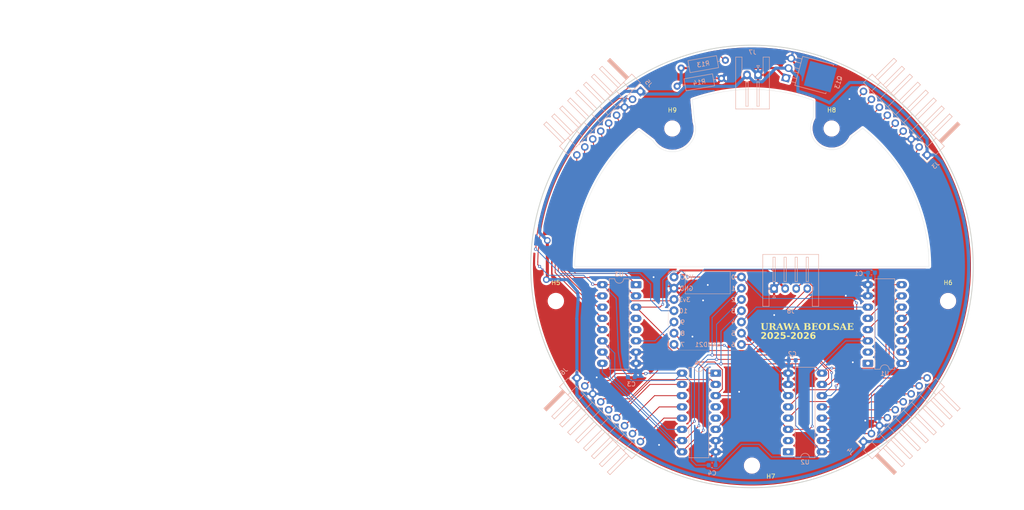
<source format=kicad_pcb>
(kicad_pcb (version 20241229) (generator "pcbnew") (generator_version "9.0")
  (layers (0 "F.Cu" signal) (2 "B.Cu" signal) (13 "F.Paste" user) (15 "B.Paste" user) (5 "F.SilkS" user "F.Silkscreen") (7 "B.SilkS" user "B.Silkscreen") (1 "F.Mask" user) (3 "B.Mask" user) (25 "Edge.Cuts" user))
  (net 0 "")
  (net 1 "Net-(J5-Pin_8)")
  (net 2 "Net-(J5-Pin_7)")
  (net 3 "Net-(J5-Pin_6)")
  (net 4 "Net-(J6-Pin_8)")
  (net 5 "Net-(J6-Pin_7)")
  (net 6 "Net-(J6-Pin_6)")
  (net 7 "Net-(J6-Pin_5)")
  (net 8 "Net-(J6-Pin_4)")
  (net 9 "seed_3v3")
  (net 10 "Net-(J3-Pin_7)")
  (net 11 "Net-(J3-Pin_8)")
  (net 12 "Net-(J3-Pin_5)")
  (net 13 "Net-(J3-Pin_4)")
  (net 14 "Net-(J3-Pin_6)")
  (net 15 "Net-(J4-Pin_8)")
  (net 16 "Net-(J4-Pin_7)")
  (net 17 "Net-(J4-Pin_5)")
  (net 18 "Net-(J4-Pin_6)")
  (net 19 "Net-(J4-Pin_4)")
  (net 20 "TX")
  (net 21 "RX")
  (net 22 "Net-(U1-A)")
  (net 23 "Net-(U1-X)")
  (net 24 "GND")
  (net 25 "Net-(Q13-G)")
  (net 26 "Net-(U2-Inh)")
  (net 27 "Net-(U1-Inh)")
  (net 28 "Net-(U3-Inh)")
  (net 29 "LED_5V")
  (net 30 "Net-(J3-Pin_9)")
  (net 31 "Net-(J4-Pin_9)")
  (net 32 "Net-(J5-Pin_9)")
  (net 33 "Net-(J6-Pin_9)")
  (net 34 "VCC")
  (net 39 "Net-(U5-10)")
  (net 41 "Net-(J5-Pin_5)")
  (net 42 "Net-(J5-Pin_4)")
  (net 46 "Net-(U1-B)")
  (net 47 "Net-(U1-C)")
  (net 48 "Net-(U4-Inh)")
  (footprint "MountingHole:MountingHole_3.2mm_M3" (layer "F.Cu") (at 200 135)
    (property "Reference" "H7")
    (property "Value" "MountingHole" (hide yes))
  )
  (footprint "MountingHole:MountingHole_3.2mm_M3" (layer "F.Cu") (at 182 58.823085)
    (property "Reference" "H9")
    (property "Value" "MountingHole")
  )
  (footprint "MountingHole:MountingHole_3.2mm_M3" (layer "F.Cu") (at 244.316349 97.814168)
    (property "Reference" "H6")
    (property "Value" "MountingHole" (hide yes))
  )
  (footprint "MountingHole:MountingHole_3.2mm_M3" (layer "F.Cu") (at 218 58.823085)
    (property "Reference" "H8")
    (property "Value" "MountingHole")
  )
  (footprint "MountingHole:MountingHole_3.2mm_M3" (layer "F.Cu") (at 155.683651 97.814168)
    (property "Reference" "H5")
    (property "Value" "MountingHole" (hide yes))
  )
  (footprint "Pinsocket_and_pinheader:CERDIP-16_W7.62mm_SideBrazed_LongPads_pin_EDITED" (layer "B.Cu") (at 188 123 180)
    (property "Reference" "U4")
    (property "Value" "4051" (hide yes))
  )
  (footprint "Connector_JST:JST_XH_S2B-XH-A-1_1x02_P2.50mm_Horizontal" (layer "B.Cu") (at 201.38 46.7 180)
    (property "Reference" "J7")
    (property "Value" "Conn_01x02_Socket")
  )
  (footprint "Pinsocket_and_pinheader:PinHeader_1x09_P2.54mm_Horizontal_EDITED" (layer "B.Cu") (at 232.385491 122.385491 -45)
    (property "Reference" "J4")
    (property "Value" "Conn_01x09_Socket" (hide yes))
  )
  (footprint "Capacitor_SMD:C_0603_1608Metric" (layer "B.Cu") (at 209.1 111.2 180)
    (property "Reference" "C2")
    (property "Value" "C")
  )
  (footprint "Capacitor_SMD:C_0603_1608Metric" (layer "B.Cu") (at 191 134.9)
    (property "Reference" "C4")
    (property "Value" "C" (hide yes))
  )
  (footprint "Package_TO_SOT_THT:TO-251-3-1EP_Horizontal_TabDown" (layer "B.Cu") (at 207.68 47.4 75)
    (property "Reference" "Q13")
    (property "Value" "NMOS")
  )
  (footprint "Pinsocket_and_pinheader:PinHeader_1x09_P2.54mm_Horizontal_EDITED" (layer "B.Cu") (at 232.385491 57.614509 45)
    (property "Reference" "J3")
    (property "Value" "Conn_01x09_Socket" (hide yes))
  )
  (footprint "Pinsocket_and_pinheader:CERDIP-16_W7.62mm_SideBrazed_LongPads_pin_EDITED" (layer "B.Cu") (at 170 103 180)
    (property "Reference" "U3")
    (property "Value" "4051" (hide yes))
  )
  (footprint "Connector_JST:JST_XH_S4B-XH-A-1_1x04_P2.50mm_Horizontal" (layer "B.Cu") (at 205 95)
    (property "Reference" "J8")
    (property "Value" "Conn_01x04_Socket")
  )
  (footprint "Capacitor_SMD:C_0603_1608Metric" (layer "B.Cu") (at 227 91.4 180)
    (property "Reference" "C1")
    (property "Value" "C")
  )
  (footprint "Capacitor_SMD:C_0603_1608Metric" (layer "B.Cu") (at 172.725 115)
    (property "Reference" "C3")
    (property "Value" "C" (hide yes))
  )
  (footprint "Pinsocket_and_pinheader:CERDIP-16_W7.62mm_SideBrazed_LongPads_pin_EDITED" (layer "B.Cu") (at 212 123)
    (property "Reference" "U2")
    (property "Value" "4051")
  )
  (footprint "Resistor_THT:R_Axial_DIN0207_L6.3mm_D2.5mm_P10.16mm_Horizontal" (layer "B.Cu") (at 183.094353 49.264265 10)
    (property "Reference" "R14")
    (property "Value" "R")
  )
  (footprint "seeeduino:名称未設定" (layer "B.Cu") (at 190 100 180)
    (property "Reference" "U5" (hide yes))
    (property "Value" "~")
  )
  (footprint "Pinsocket_and_pinheader:PinHeader_1x09_P2.54mm_Horizontal_EDITED" (layer "B.Cu") (at 167.614509 122.385491 -135)
    (property "Reference" "J6")
    (property "Value" "Conn_01x09_Socket" (hide yes))
  )
  (footprint "Pinsocket_and_pinheader:CERDIP-16_W7.62mm_SideBrazed_LongPads_pin_EDITED" (layer "B.Cu") (at 230 103)
    (property "Reference" "U1")
    (property "Value" "4051")
  )
  (footprint "Pinsocket_and_pinheader:PinHeader_1x09_P2.54mm_Horizontal_EDITED" (layer "B.Cu") (at 167.614509 57.614509 135)
    (property "Reference" "J5")
    (property "Value" "Conn_01x09_Socket")
  )
  (footprint "Resistor_THT:R_Axial_DIN0207_L6.3mm_D2.5mm_P10.16mm_Horizontal" (layer "B.Cu") (at 183.994353 45.164265 10)
    (property "Reference" "R13")
    (property "Value" "R")
  )
  (gr_arc (start 156.848867 90.199887) (mid 158.791197 77.314213) (end 164.5 65.6) (stroke (width 0.2)) (layer "F.Cu") (net 2))
  (gr_arc (start 231 60) (mid 239.98949 73.818507) (end 243.139309 90) (stroke (width 0.2)) (layer "F.Cu") (net 12))
  (gr_arc (start 237.074331 65.096) (mid 242.723165 76.982843) (end 244.662235 90) (stroke (width 0.2)) (layer "F.Cu") (net 9))
  (gr_arc (start 157.528665 90.1) (mid 159.860672 76.237018) (end 166.6 63.9) (stroke (width 0.2)) (layer "F.Cu") (net 3))
  (gr_arc (start 151.192396 84.748549) (mid 162.94948 57.797222) (end 188 42.4) (stroke (width 0.2)) (layer "F.Cu") (net 39))
  (gr_arc (start 225 57) (mid 237.074331 71.574638) (end 241.400483 90) (stroke (width 0.2)) (layer "F.Cu") (net 11))
  (gr_arc (start 155.536497 89.901061) (mid 156.766626 79.723487) (end 160.3 70.1) (stroke (width 0.2)) (layer "F.Cu") (net 32))
  (gr_arc (start 223.013 56.263) (mid 236.109818 70.92477) (end 240.838502 90.007058) (stroke (width 0.2)) (layer "F.Cu") (net 30))
  (gr_arc (start 227 58) (mid 237.970112 72.357137) (end 241.868843 90) (stroke (width 0.2)) (layer "F.Cu") (net 10))
  (gr_arc (start 156.239377 90.1) (mid 157.678242 78.983653) (end 161.9 68.6) (stroke (width 0.2)) (layer "F.Cu") (net 1))
  (gr_arc (start 158.150629 90.1) (mid 160.796834 75.472888) (end 168.4 62.7) (stroke (width 0.2)) (layer "F.Cu") (net 41))
  (gr_arc (start 233 61) (mid 241.108079 74.504005) (end 243.931765 90) (stroke (width 0.2)) (layer "F.Cu") (net 13))
  (gr_arc (start 229 59) (mid 238.94258 73.103982) (end 242.449971 90) (stroke (width 0.2)) (layer "F.Cu") (net 14))
  (gr_arc (start 151.596562 88.947751) (mid 156.663423 68.414329) (end 170 52) (stroke (width 0.2)) (layer "F.Cu") (net 9))
  (gr_arc (start 158.746385 90.1) (mid 161.879017 74.351193) (end 170.8 61) (stroke (width 0.2)) (layer "F.Cu") (net 42))
  (gr_arc (start 210.376688 50.407395) (mid 213.998494 51.538432) (end 217.5 53) (stroke (width 0.7)) (layer "B.Cu") (net 29))
  (gr_arc (start 225.636875 48.42945) (mid 232.886349 53.891164) (end 239 60.6) (stroke (width 0.7)) (layer "B.Cu") (net 29))
  (gr_arc (start 222.689303 133.343691) (mid 189.476382 137.77796) (end 161.2 119.8) (stroke (width 0.7)) (layer "B.Cu") (net 29))
  (gr_arc (start 242.804171 66.219905) (mid 247.969286 99.830442) (end 230 128.7) (stroke (width 0.7)) (layer "B.Cu") (net 29))
  (gr_arc (start 152.024927 80.728413) (mid 158.715929 63.861992) (end 171.1 50.6) (stroke (width 0.7)) (layer "B.Cu") (net 29))
  (gr_line (start 213.879196 56.364659) (end 213.879196 52.488) (stroke (width 0.05)) (layer "Edge.Cuts"))
  (gr_line (start 187.030999 57.246999) (end 186.55 52.334) (stroke (width 0.05)) (layer "Edge.Cuts"))
  (gr_line (start 240 90) (end 159.975421 90) (stroke (width 0.05)) (layer "Edge.Cuts"))
  (gr_arc (start 186.54936 52.332208) (mid 200.227997 50.003372) (end 213.879196 52.488) (stroke (width 0.05)) (layer "Edge.Cuts"))
  (gr_arc (start 187.031 57.247) (mid 184.25366 63.607656) (end 177.609879 61.599739) (stroke (width 0.05)) (layer "Edge.Cuts"))
  (gr_line (start 222.432999 60.775) (end 225.01439 58.786538) (stroke (width 0.05)) (layer "Edge.Cuts"))
  (gr_arc (start 159.975421 90) (mid 163.775182 72.978558) (end 174.453 59.189) (stroke (width 0.05)) (layer "Edge.Cuts"))
  (gr_arc (start 225.014391 58.786538) (mid 236.059504 72.687803) (end 240 90) (stroke (width 0.05)) (layer "Edge.Cuts"))
  (gr_arc (start 222.432999 60.775) (mid 215.831776 63.077825) (end 213.879196 56.36466) (stroke (width 0.05)) (layer "Edge.Cuts"))
  (gr_circle (center 200 90) (end 150 90) (stroke (width 0.2)) (fill no) (layer "Edge.Cuts"))
  (gr_line (start 177.609879 61.599737) (end 174.453 59.189) (stroke (width 0.05)) (layer "Edge.Cuts"))
  (gr_text "URAWA BEOLSAE\n" (at 201.931 104.591 0) (layer "F.SilkS") (effects (font (size 1.5 1.5) (thickness 0.3) (bold yes)) (justify left bottom)))
  (gr_text "2025-2026" (at 201.931 106.623 0) (layer "F.SilkS") (effects (font (size 1.5 1.5) (thickness 0.3) (bold yes)) (justify left bottom)))
  (segment (start 163.73 98.63) (end 163.73 99.27) (width 0.2) (layer "F.Cu") (net 1))
  (segment (start 162.226355 63.002663) (end 162.01 67.86) (width 0.2) (layer "F.Cu") (net 1))
  (segment (start 156.239377 90.1) (end 156.239377 91.139377) (width 0.2) (layer "F.Cu") (net 1))
  (segment (start 163.73 99.27) (end 166.19 101.73) (width 0.2) (layer "F.Cu") (net 1))
  (segment (start 162.01 67.86) (end 161.9 68.6) (width 0.2) (layer "F.Cu") (net 1))
  (segment (start 156.239377 91.139377) (end 163.73 98.63) (width 0.2) (layer "F.Cu") (net 1))
  (segment (start 164.022407 61.206611) (end 164.61 65.09) (width 0.2) (layer "F.Cu") (net 2))
  (segment (start 156.848867 90.925967) (end 165.1129 99.19) (width 0.2) (layer "F.Cu") (net 2))
  (segment (start 165.1129 99.19) (end 166.19 99.19) (width 0.2) (layer "F.Cu") (net 2))
  (segment (start 156.848867 90.199887) (end 156.848867 90.925967) (width 0.2) (layer "F.Cu") (net 2))
  (segment (start 164.61 65.09) (end 164.5 65.6) (width 0.2) (layer "F.Cu") (net 2))
  (segment (start 157.528665 90.1) (end 157.528665 91.038665) (width 0.2) (layer "F.Cu") (net 3))
  (segment (start 166.72 63.22) (end 166.6 63.9) (width 0.2) (layer "F.Cu") (net 3))
  (segment (start 157.528665 91.038665) (end 163.14 96.65) (width 0.2) (layer "F.Cu") (net 3))
  (segment (start 163.14 96.65) (end 166.19 96.65) (width 0.2) (layer "F.Cu") (net 3))
  (segment (start 165.818458 59.41056) (end 166.72 63.22) (width 0.2) (layer "F.Cu") (net 3))
  (segment (start 173.002663 127.773645) (end 179.046308 121.73) (width 0.2) (layer "F.Cu") (net 4))
  (segment (start 179.046308 121.73) (end 184.19 121.73) (width 0.2) (layer "F.Cu") (net 4))
  (segment (start 177.994204 119.19) (end 184.19 119.19) (width 0.2) (layer "F.Cu") (net 5))
  (segment (start 171.206611 125.977593) (end 177.994204 119.19) (width 0.2) (layer "F.Cu") (net 5))
  (segment (start 176.942102 116.65) (end 184.19 116.65) (width 0.2) (layer "F.Cu") (net 6))
  (segment (start 169.41056 124.181542) (end 176.942102 116.65) (width 0.2) (layer "F.Cu") (net 6))
  (segment (start 167.614509 122.385491) (end 169.348 120.652) (width 0.2) (layer "F.Cu") (net 7))
  (segment (start 169.348 120.652) (end 172.144 120.652) (width 0.2) (layer "F.Cu") (net 7))
  (segment (start 190.709 115.549) (end 191.81 116.65) (width 0.2) (layer "F.Cu") (net 7))
  (segment (start 172.144 120.652) (end 177.247 115.549) (width 0.2) (layer "F.Cu") (net 7))
  (segment (start 177.247 115.549) (end 190.709 115.549) (width 0.2) (layer "F.Cu") (net 7))
  (segment (start 166.512948 119.89495) (end 172.33395 119.89495) (width 0.2) (layer "F.Cu") (net 8))
  (segment (start 165.818458 120.58944) (end 166.512948 119.89495) (width 0.2) (layer "F.Cu") (net 8))
  (segment (start 180.2299 111.999) (end 187.964 111.999) (width 0.2) (layer "F.Cu") (net 8))
  (segment (start 187.964 111.999) (end 190.075 114.11) (width 0.2) (layer "F.Cu") (net 8))
  (segment (start 190.075 114.11) (end 191.81 114.11) (width 0.2) (layer "F.Cu") (net 8))
  (segment (start 172.33395 119.89495) (end 180.2299 111.999) (width 0.2) (layer "F.Cu") (net 8))
  (segment (start 215.81 131.89) (end 218.024 131.89) (width 0.2) (layer "F.Cu") (net 9))
  (segment (start 173.002663 52.226355) (end 171 52) (width 0.2) (layer "F.Cu") (net 9))
  (segment (start 235.737 111.314) (end 233.81 111.89) (width 0.2) (layer "F.Cu") (net 9))
  (segment (start 167.721 115.779) (end 163.444692 115.779) (width 0.2) (layer "F.Cu") (net 9))
  (segment (start 182.38 97.46) (end 182.089 97.751) (width 0.2) (layer "F.Cu") (net 9))
  (segment (start 151.596562 89.596562) (end 152 90) (width 0.2) (layer "F.Cu") (net 9))
  (segment (start 176 114.2) (end 169.3 114.2) (width 0.2) (layer "F.Cu") (net 9))
  (segment (start 237.158 64.125) (end 237.074331 65.096) (width 0.2) (layer "F.Cu") (net 9))
  (segment (start 244.671 90.008765) (end 244.5 91.5) (width 0.2) (layer "F.Cu") (net 9))
  (segment (start 244.5 91.5) (end 243.7 92.4) (width 0.2) (layer "F.Cu") (net 9))
  (segment (start 218.024 131.89) (end 222.140355 127.773645) (width 0.2) (layer "F.Cu") (net 9))
  (segment (start 151.596562 88.947751) (end 151.596562 89.596562) (width 0.2) (layer "F.Cu") (net 9))
  (segment (start 163.444692 115.779) (end 162.226355 116.997337) (width 0.2) (layer "F.Cu") (net 9))
  (segment (start 172.351 97.751) (end 168.71 94.11) (width 0.2) (layer "F.Cu") (net 9))
  (segment (start 237.773645 63.002663) (end 237.158 64.125) (width 0.2) (layer "F.Cu") (net 9))
  (segment (start 164 94) (end 164.11 94.11) (width 0.2) (layer "F.Cu") (net 9))
  (segment (start 239.524 108.066) (end 237 110.59) (width 0.2) (layer "F.Cu") (net 9))
  (segment (start 171 52) (end 170 52) (width 0.2) (layer "F.Cu") (net 9))
  (segment (start 182.089 97.751) (end 172.351 97.751) (width 0.2) (layer "F.Cu") (net 9))
  (segment (start 169.3 114.2) (end 167.721 115.779) (width 0.2) (layer "F.Cu") (net 9))
  (segment (start 222.140355 127.773645) (end 226.997337 127.773645) (width 0.2) (layer "F.Cu") (net 9))
  (segment (start 239.524 96.441098) (end 239.524 108.066) (width 0.2) (layer "F.Cu") (net 9))
  (segment (start 168.71 94.11) (end 166.19 94.11) (width 0.2) (layer "F.Cu") (net 9))
  (segment (start 237 110.59) (end 235.737 111.314) (width 0.2) (layer "F.Cu") (net 9))
  (segment (start 244.662235 90) (end 244.671 90.008765) (width 0.2) (layer "F.Cu") (net 9))
  (segment (start 164.11 94.11) (end 166.19 94.11) (width 0.2) (layer "F.Cu") (net 9))
  (segment (start 243.155098 92.81) (end 239.524 96.441098) (width 0.2) (layer "F.Cu") (net 9))
  (segment (start 243.7 92.4) (end 243.155098 92.81) (width 0.2) (layer "F.Cu") (net 9))
  (via (at 176 114.2) (size 0.7) (drill 0.4) (layers "F.Cu" "B.Cu") (net 9))
  (via (at 164 94) (size 0.7) (drill 0.4) (layers "F.Cu" "B.Cu") (net 9))
  (via (at 176 114.2) (size 0.7) (drill 0.4) (layers "F.Cu" "B.Cu") (net 9))
  (via (at 152 90) (size 0.7) (drill 0.4) (layers "F.Cu" "B.Cu") (net 9))
  (segment (start 226.997337 118.702663) (end 233.81 111.89) (width 0.2) (layer "B.Cu") (net 9))
  (segment (start 171.5 114.3) (end 171.95 115) (width 0.2) (layer "B.Cu") (net 9))
  (segment (start 189.216 90.624) (end 182.38 97.46) (width 0.2) (layer "B.Cu") (net 9))
  (segment (start 226.997337 127.773645) (end 226.997337 118.702663) (width 0.2) (layer "B.Cu") (net 9))
  (segment (start 215.81 131.89) (end 214.651 133.049) (width 0.2) (layer "B.Cu") (net 9))
  (segment (start 226.999 90.624) (end 189.216 90.624) (width 0.2) (layer "B.Cu") (net 9))
  (segment (start 227.775 91.4) (end 226.999 90.624) (width 0.2) (layer "B.Cu") (net 9))
  (segment (start 186.3 116.22) (end 186.3 133.8) (width 0.2) (layer "B.Cu") (net 9))
  (segment (start 170.423 113.123) (end 171.3 114) (width 0.2) (layer "B.Cu") (net 9))
  (segment (start 184.19 114.11) (end 176.09 114.11) (width 0.2) (layer "B.Cu") (net 9))
  (segment (start 214.651 133.049) (end 204.449 133.049) (width 0.2) (layer "B.Cu") (net 9))
  (segment (start 192.22411 135.676) (end 191.001 135.676) (width 0.2) (layer "B.Cu") (net 9))
  (segment (start 187.4 134.9) (end 190.225 134.9) (width 0.2) (layer "B.Cu") (net 9))
  (segment (start 197.6 130.2) (end 193.9 133.9) (width 0.2) (layer "B.Cu") (net 9))
  (segment (start 169.8 109.5) (end 169.3 97.22) (width 0.2) (layer "B.Cu") (net 9))
  (segment (start 152 90) (end 154 92) (width 0.2) (layer "B.Cu") (net 9))
  (segment (start 191.001 135.676) (end 190.225 134.9) (width 0.2) (layer "B.Cu") (net 9))
  (segment (start 186.3 133.8) (end 187.4 134.9) (width 0.2) (layer "B.Cu") (net 9))
  (segment (start 215.81 131.89) (end 209.875 125.955) (width 0.2) (layer "B.Cu") (net 9))
  (segment (start 170.4 113.123) (end 170.423 113.123) (width 0.2) (layer "B.Cu") (net 9))
  (segment (start 193.9 133.9) (end 193.9 134.00011) (width 0.2) (layer "B.Cu") (net 9))
  (segment (start 162 92) (end 164 94) (width 0.2) (layer "B.Cu") (net 9))
  (segment (start 182.524 115.776) (end 172.726 115.776) (width 0.2) (layer "B.Cu") (net 9))
  (segment (start 159 92) (end 162 92) (width 0.2) (layer "B.Cu") (net 9))
  (segment (start 233.81 111.89) (end 227.775 105.855) (width 0.2) (layer "B.Cu") (net 9))
  (segment (start 172.726 115.776) (end 171.95 115) (width 0.2) (layer "B.Cu") (net 9))
  (segment (start 171.3 114) (end 171.5 114.3) (width 0.2) (layer "B.Cu") (net 9))
  (segment (start 184.19 114.11) (end 186.3 116.22) (width 0.2) (layer "B.Cu") (net 9))
  (segment (start 209.875 125.955) (end 209.875 111.2) (width 0.2) (layer "B.Cu") (net 9))
  (segment (start 176.09 114.11) (end 176 114.2) (width 0.2) (layer "B.Cu") (net 9))
  (segment (start 170.4 113.123) (end 169.8 109.5) (width 0.2) (layer "B.Cu") (net 9))
  (segment (start 169.3 97.22) (end 166.19 94.11) (width 0.2) (layer "B.Cu") (net 9))
  (segment (start 193.9 134.00011) (end 192.22411 135.676) (width 0.2) (layer "B.Cu") (net 9))
  (segment (start 201.6 130.2) (end 197.6 130.2) (width 0.2) (layer "B.Cu") (net 9))
  (segment (start 227.775 105.855) (end 227.775 91.4) (width 0.2) (layer "B.Cu") (net 9))
  (segment (start 154 92) (end 159 92) (width 0.2) (layer "B.Cu") (net 9))
  (segment (start 204.449 133.049) (end 201.6 130.2) (width 0.2) (layer "B.Cu") (net 9))
  (segment (start 184.19 114.11) (end 182.524 115.776) (width 0.2) (layer "B.Cu") (net 9))
  (segment (start 228.793389 54.022407) (end 227.271 55.746) (width 0.2) (layer "F.Cu") (net 10))
  (segment (start 237.638 98.827) (end 233.81 101.73) (width 0.2) (layer "F.Cu") (net 10))
  (segment (start 237.875 95.325) (end 237.875 98.014) (width 0.2) (layer "F.Cu") (net 10))
  (segment (start 227.271 55.746) (end 227 58) (width 0.2) (layer "F.Cu") (net 10))
  (segment (start 241.868843 90) (end 241.868843 91.331157) (width 0.2) (layer "F.Cu") (net 10))
  (segment (start 237.875 98.014) (end 237.638 98.827) (width 0.2) (layer "F.Cu") (net 10))
  (segment (start 241.868843 91.331157) (end 237.875 95.325) (width 0.2) (layer "F.Cu") (net 10))
  (segment (start 229.881 93.878) (end 231.138 92.621) (width 0.2) (layer "F.Cu") (net 11))
  (segment (start 226.19 104.27) (end 229.881 100.579) (width 0.2) (layer "F.Cu") (net 11))
  (segment (start 231.138 92.621) (end 239.969 92.621) (width 0.2) (layer "F.Cu") (net 11))
  (segment (start 241.400483 91.189517) (end 241.400483 90.017484) (width 0.2) (layer "F.Cu") (net 11))
  (segment (start 229.881 100.579) (end 229.881 93.878) (width 0.2) (layer "F.Cu") (net 11))
  (segment (start 239.969 92.621) (end 241.400483 91.189517) (width 0.2) (layer "F.Cu") (net 11))
  (segment (start 225.097 54.447) (end 225 57) (width 0.2) (layer "F.Cu") (net 11))
  (segment (start 226.997337 52.226355) (end 225.097 54.447) (width 0.2) (layer "F.Cu") (net 11))
  (segment (start 238.722 95.917998) (end 238.722 101.898) (width 0.2) (layer "F.Cu") (net 12))
  (segment (start 232.385491 57.614509) (end 231.188 58.907) (width 0.2) (layer "F.Cu") (net 12))
  (segment (start 243.139309 91.500689) (end 238.722 95.917998) (width 0.2) (layer "F.Cu") (net 12))
  (segment (start 231.188 58.907) (end 231 60) (width 0.2) (layer "F.Cu") (net 12))
  (segment (start 238.722 101.898) (end 233.81 106.81) (width 0.2) (layer "F.Cu") (net 12))
  (segment (start 243.139309 90) (end 243.139309 91.500689) (width 0.2) (layer "F.Cu") (net 12))
  (segment (start 243.931765 91.466235) (end 239.123 96.275) (width 0.2) (layer "F.Cu") (net 13))
  (segment (start 239.123 96.275) (end 239.123 104.037) (width 0.2) (layer "F.Cu") (net 13))
  (segment (start 243.931765 90) (end 243.931765 91.466235) (width 0.2) (layer "F.Cu") (net 13))
  (segment (start 233 60.592102) (end 233 61) (width 0.2) (layer "F.Cu") (net 13))
  (segment (start 234.181542 59.41056) (end 233 60.592102) (width 0.2) (layer "F.Cu") (net 13))
  (segment (start 239.123 104.037) (end 233.81 109.35) (width 0.2) (layer "F.Cu") (net 13))
  (segment (start 233.81 103.951) (end 233.81 104.27) (width 0.2) (layer "F.Cu") (net 14))
  (segment (start 242.449971 90) (end 242.449971 91.582027) (width 0.2) (layer "F.Cu") (net 14))
  (segment (start 238.321 99.44) (end 233.81 103.951) (width 0.2) (layer "F.Cu") (net 14))
  (segment (start 242.449971 91.582027) (end 238.321 95.710998) (width 0.2) (layer "F.Cu") (net 14))
  (segment (start 230.58944 55.818458) (end 229.076 57.659) (width 0.2) (layer "F.Cu") (net 14))
  (segment (start 229.076 57.659) (end 229 59) (width 0.2) (layer "F.Cu") (net 14))
  (segment (start 238.321 95.710998) (end 238.321 99.44) (width 0.2) (layer "F.Cu") (net 14))
  (segment (start 228.586779 116.997337) (end 237.773645 116.997337) (width 0.2) (layer "F.Cu") (net 15))
  (segment (start 225.055116 120.529) (end 228.586779 116.997337) (width 0.2) (layer "F.Cu") (net 15))
  (segment (start 211.931 120.529) (end 225.055116 120.529) (width 0.2) (layer "F.Cu") (net 15))
  (segment (start 208.19 124.27) (end 211.931 120.529) (width 0.2) (layer "F.Cu") (net 15))
  (segment (start 224.704058 121.73) (end 227.640669 118.793389) (width 0.2) (layer "F.Cu") (net 16))
  (segment (start 215.81 121.73) (end 224.704058 121.73) (width 0.2) (layer "F.Cu") (net 16))
  (segment (start 227.640669 118.793389) (end 235.977593 118.793389) (width 0.2) (layer "F.Cu") (net 16))
  (segment (start 221.404116 126.81) (end 225.828625 122.385491) (width 0.2) (layer "F.Cu") (net 17))
  (segment (start 225.828625 122.385491) (end 232.385491 122.385491) (width 0.2) (layer "F.Cu") (net 17))
  (segment (start 215.81 126.81) (end 221.404116 126.81) (width 0.2) (layer "F.Cu") (net 17))
  (segment (start 226.69456 120.58944) (end 234.181542 120.58944) (width 0.2) (layer "F.Cu") (net 18))
  (segment (start 215.81 124.27) (end 223.014 124.27) (width 0.2) (layer "F.Cu") (net 18))
  (segment (start 223.014 124.27) (end 226.69456 120.58944) (width 0.2) (layer "F.Cu") (net 18))
  (segment (start 224.882516 124.181542) (end 230.58944 124.181542) (width 0.2) (layer "F.Cu") (net 19))
  (segment (start 215.81 129.35) (end 219.714058 129.35) (width 0.2) (layer "F.Cu") (net 19))
  (segment (start 219.714058 129.35) (end 224.882516 124.181542) (width 0.2) (layer "F.Cu") (net 19))
  (segment (start 212.5 95) (end 199.88 107.62) (width 0.2) (layer "F.Cu") (net 20))
  (segment (start 199.88 107.62) (end 197.62 107.62) (width 0.2) (layer "F.Cu") (net 20))
  (segment (start 200.25276 109) (end 183.76 109) (width 0.2) (layer "F.Cu") (net 21))
  (segment (start 183.76 109) (end 182.38 107.62) (width 0.2) (layer "F.Cu") (net 21))
  (segment (start 211.276 93.724) (end 212.97676 93.724) (width 0.2) (layer "F.Cu") (net 21))
  (segment (start 210 95) (end 211.276 93.724) (width 0.2) (layer "F.Cu") (net 21))
  (segment (start 213.651 94.39824) (end 213.651 95.60176) (width 0.2) (layer "F.Cu") (net 21))
  (segment (start 213.651 95.60176) (end 200.25276 109) (width 0.2) (layer "F.Cu") (net 21))
  (segment (start 212.97676 93.724) (end 213.651 94.39824) (width 0.2) (layer "F.Cu") (net 21))
  (segment (start 185.19 126.81) (end 187 125) (width 0.2) (layer "F.Cu") (net 22))
  (segment (start 232 101) (end 233.81 99.19) (width 0.2) (layer "F.Cu") (net 22))
  (segment (start 222 114) (end 230 114) (width 0.2) (layer "F.Cu") (net 22))
  (segment (start 184.19 126.81) (end 185.19 126.81) (width 0.2) (layer "F.Cu") (net 22))
  (segment (start 219 117) (end 222 114) (width 0.2) (layer "F.Cu") (net 22))
  (segment (start 232 112) (end 232 101) (width 0.2) (layer "F.Cu") (net 22))
  (segment (start 218 113.775851) (end 218 114) (width 0.2) (layer "F.Cu") (net 22))
  (segment (start 230 114) (end 232 112) (width 0.2) (layer "F.Cu") (net 22))
  (segment (start 214.224149 110) (end 218 113.775851) (width 0.2) (layer "F.Cu") (net 22))
  (segment (start 191 110) (end 214.224149 110) (width 0.2) (layer "F.Cu") (net 22))
  (via (at 191 110) (size 0.7) (drill 0.4) (layers "F.Cu" "B.Cu") (net 22))
  (via (at 218 114) (size 0.6) (drill 0.3) (layers "F.Cu" "B.Cu") (net 22))
  (via (at 187 125) (size 0.6) (drill 0.3) (layers "F.Cu" "B.Cu") (net 22))
  (via (at 219 117) (size 0.6) (drill 0.3) (layers "F.Cu" "B.Cu") (net 22))
  (segment (start 191 101.54) (end 197.62 94.92) (width 0.2) (layer "B.Cu") (net 22))
  (segment (start 191 110) (end 191 101.54) (width 0.2) (layer "B.Cu") (net 22))
  (segment (start 166.19 106.81) (end 169 109.62) (width 0.2) (layer "B.Cu") (net 22))
  (segment (start 169 115) (end 180.81 126.81) (width 0.2) (layer "B.Cu") (net 22))
  (segment (start 219 118) (end 219 117) (width 0.2) (layer "B.Cu") (net 22))
  (segment (start 215.81 119.19) (end 217.81 119.19) (width 0.2) (layer "B.Cu") (net 22))
  (segment (start 180.81 126.81) (end 184.19 126.81) (width 0.2) (layer "B.Cu") (net 22))
  (segment (start 218 117) (end 215.81 119.19) (width 0.2) (layer "B.Cu") (net 22))
  (segment (start 218 119) (end 219 118) (width 0.2) (layer "B.Cu") (net 22))
  (segment (start 218 114) (end 218 117) (width 0.2) (layer "B.Cu") (net 22))
  (segment (start 187 113) (end 187 125) (width 0.2) (layer "B.Cu") (net 22))
  (segment (start 217.81 119.19) (end 218 119) (width 0.2) (layer "B.Cu") (net 22))
  (segment (start 191 110) (end 190 110) (width 0.2) (layer "B.Cu") (net 22))
  (segment (start 190 110) (end 187 113) (width 0.2) (layer "B.Cu") (net 22))
  (segment (start 169 109.62) (end 169 115) (width 0.2) (layer "B.Cu") (net 22))
  (segment (start 208.19 126.81) (end 212.92 126.81) (width 0.2) (layer "F.Cu") (net 23))
  (segment (start 193.311 117.689) (end 191.81 119.19) (width 0.2) (layer "F.Cu") (net 23))
  (segment (start 226.19 106.81) (end 223.67 104.29) (width 0.2) (layer "F.Cu") (net 23))
  (segment (start 173.81 99.19) (end 181.079 106.459) (width 0.2) (layer "F.Cu") (net 23))
  (segment (start 181.079 108.158892) (end 184.518108 111.598) (width 0.2) (layer "F.Cu") (net 23))
  (segment (start 191.58416 111.598) (end 193.311 113.32484) (width 0.2) (layer "F.Cu") (net 23))
  (segment (start 197.62 92.38) (end 185.53 92.38) (width 0.2) (layer "F.Cu") (net 23))
  (segment (start 179.21 99.19) (end 173.81 99.19) (width 0.2) (layer "F.Cu") (net 23))
  (segment (start 193.311 113.32484) (end 193.311 117.689) (width 0.2) (layer "F.Cu") (net 23))
  (segment (start 181.079 106.459) (end 181.079 108.158892) (width 0.2) (layer "F.Cu") (net 23))
  (segment (start 191.81 119.19) (end 200.57 119.19) (width 0.2) (layer "F.Cu") (net 23))
  (segment (start 223.67 104.29) (end 223.67 98.27) (width 0.2) (layer "F.Cu") (net 23))
  (segment (start 179.84 98.56) (end 179.21 99.19) (width 0.2) (layer "F.Cu") (net 23))
  (segment (start 212.92 126.81) (end 213.64 126.09) (width 0.2) (layer "F.Cu") (net 23))
  (segment (start 200.57 119.19) (end 208.19 126.81) (width 0.2) (layer "F.Cu") (net 23))
  (segment (start 185.53 92.38) (end 185.52 92.39) (width 0.2) (layer "F.Cu") (net 23))
  (segment (start 184.518108 111.598) (end 191.58416 111.598) (width 0.2) (layer "F.Cu") (net 23))
  (via (at 179.84 98.56) (size 0.6) (drill 0.3) (layers "F.Cu" "B.Cu") (net 23))
  (via (at 185.52 92.39) (size 0.6) (drill 0.3) (layers "F.Cu" "B.Cu") (net 23))
  (via (at 213.64 126.09) (size 0.6) (drill 0.3) (layers "F.Cu" "B.Cu") (net 23))
  (via (at 223.67 98.27) (size 0.6) (drill 0.3) (layers "F.Cu" "B.Cu") (net 23))
  (segment (start 202.48 97.24) (end 197.62 92.38) (width 0.2) (layer "B.Cu") (net 23))
  (segment (start 181.841108 91.079) (end 179.84 93.080108) (width 0.2) (layer "B.Cu") (net 23))
  (segment (start 184.209 91.079) (end 181.841108 91.079) (width 0.2) (layer "B.Cu") (net 23))
  (segment (start 179.84 93.080108) (end 179.84 98.56) (width 0.2) (layer "B.Cu") (net 23))
  (segment (start 223.67 98.19) (end 222.72 97.24) (width 0.2) (layer "B.Cu") (net 23))
  (segment (start 221.152951 106.81) (end 226.19 106.81) (width 0.2) (layer "B.Cu") (net 23))
  (segment (start 213.64 114.322951) (end 221.152951 106.81) (width 0.2) (layer "B.Cu") (net 23))
  (segment (start 185.52 92.39) (end 184.209 91.079) (width 0.2) (layer "B.Cu") (net 23))
  (segment (start 223.67 98.27) (end 223.67 98.19) (width 0.2) (layer "B.Cu") (net 23))
  (segment (start 213.64 126.09) (end 213.64 114.322951) (width 0.2) (layer "B.Cu") (net 23))
  (segment (start 222.72 97.24) (end 202.48 97.24) (width 0.2) (layer "B.Cu") (net 23))
  (segment (start 182.407 133.729) (end 179.003 130.325) (width 0.4) (layer "F.Cu") (net 24))
  (segment (start 227.647336 124.831542) (end 228.793388 125.977594) (width 0.4) (layer "F.Cu") (net 24))
  (segment (start 188.341 47.5) (end 181.818594 54.022406) (width 0.4) (layer "F.Cu") (net 24))
  (segment (start 186.551 99.091) (end 186.551 105.85) (width 0.4) (layer "F.Cu") (net 24))
  (segment (start 182.38 94.92) (end 186.551 99.091) (width 0.4) (layer "F.Cu") (net 24))
  (segment (start 221.208 96.693) (end 219.691 98.21) (width 0.4) (layer "F.Cu") (net 24))
  (segment (start 173.81 111.89) (end 169.606 111.89) (width 0.4) (layer "F.Cu") (net 24))
  (segment (start 164.937 115.089) (end 164.908 115.06) (width 0.4) (layer "F.Cu") (net 24))
  (segment (start 219.691 108.553) (end 222.783 111.645) (width 0.4) (layer "F.Cu") (net 24))
  (segment (start 216.365 52.172) (end 216.342 52.195) (width 0.4) (layer "F.Cu") (net 24))
  (segment (start 179.849 94.489) (end 181.949 94.489) (width 0.4) (layer "F.Cu") (net 24))
  (segment (start 181.949 94.489) (end 182.38 94.92) (width 0.4) (layer "F.Cu") (net 24))
  (segment (start 222.032 52.172) (end 216.365 52.172) (width 0.4) (layer "F.Cu") (net 24))
  (segment (start 205.024 100.975) (end 205 100.951) (width 0.4) (layer "F.Cu") (net 24))
  (segment (start 177.768 92.408) (end 179.849 94.489) (width 0.4) (layer "F.Cu") (net 24))
  (segment (start 193.1 47.5) (end 188.341 47.5) (width 0.4) (layer "F.Cu") (net 24))
  (segment (start 182.38 94.92) (end 186.199 94.92) (width 0.4) (layer "F.Cu") (net 24))
  (segment (start 197.098 118.316) (end 197.098 118.189) (width 0.4) (layer "F.Cu") (net 24))
  (segment (start 189.971 133.729) (end 182.407 133.729) (width 0.4) (layer "F.Cu") (net 24))
  (segment (start 191.81 131.89) (end 189.971 133.729) (width 0.4) (layer "F.Cu") (net 24))
  (segment (start 225.606 124.831542) (end 227.647336 124.831542) (width 0.4) (layer "F.Cu") (net 24))
  (segment (start 219.691 98.21) (end 219.691 108.553) (width 0.4) (layer "F.Cu") (net 24))
  (segment (start 186.199 94.92) (end 188.953 97.674) (width 0.4) (layer "F.Cu") (net 24))
  (segment (start 197.098 118.189) (end 198.637 116.65) (width 0.4) (layer "F.Cu") (net 24))
  (segment (start 181.818594 54.022406) (end 171.206612 54.022406) (width 0.4) (layer "F.Cu") (net 24))
  (segment (start 214.402 50.872) (end 208.865392 42.976059) (width 0.4) (layer "F.Cu") (net 24))
  (segment (start 198.637 116.65) (end 208.19 116.65) (width 0.4) (layer "F.Cu") (net 24))
  (segment (start 166.407 115.089) (end 164.937 115.089) (width 0.4) (layer "F.Cu") (net 24))
  (segment (start 216.342 52.195) (end 214.402 50.872) (width 0.4) (layer "F.Cu") (net 24))
  (segment (start 205 100.951) (end 205 95) (width 0.4) (layer "F.Cu") (net 24))
  (segment (start 221.208 96.59) (end 221.208 96.693) (width 0.4) (layer "F.Cu") (net 24))
  (segment (start 169.606 111.89) (end 166.407 115.089) (width 0.4) (layer "F.Cu") (net 24))
  (via (at 186.551 105.85) (size 0.7) (drill 0.4) (layers "F.Cu" "B.Cu") (net 24))
  (via (at 188.953 97.674) (size 0.7) (drill 0.4) (layers "F.Cu" "B.Cu") (net 24))
  (via (at 205.024 100.975) (size 0.7) (drill 0.4) (layers "F.Cu" "B.Cu") (net 24))
  (via (at 221.208 96.59) (size 0.7) (drill 0.4) (layers "F.Cu" "B.Cu") (net 24))
  (via (at 225.606 124.831542) (size 0.7) (drill 0.4) (layers "F.Cu" "B.Cu") (net 24))
  (via (at 190.012 94.176) (size 0.7) (drill 0.4) (layers "F.Cu" "B.Cu") (net 24))
  (via (at 164.908 115.06) (size 0.7) (drill 0.4) (layers "F.Cu" "B.Cu") (net 24))
  (via (at 177.768 92.408) (size 0.7) (drill 0.4) (layers "F.Cu" "B.Cu") (net 24))
  (via (at 197.098 118.316) (size 0.7) (drill 0.4) (layers "F.Cu" "B.Cu") (net 24))
  (via (at 222.783 111.645) (size 0.7) (drill 0.4) (layers "F.Cu" "B.Cu") (net 24))
  (via (at 179.003 130.325) (size 0.7) (drill 0.4) (layers "F.Cu" "B.Cu") (net 24))
  (via (at 222.032 52.172) (size 0.7) (drill 0.4) (layers "F.Cu" "B.Cu") (net 24))
  (segment (start 208.19 114.11) (end 208.19 116.65) (width 0.6) (layer "B.Cu") (net 24))
  (segment (start 193.1 47.5) (end 195.451 45.149) (width 0.7) (layer "B.Cu") (net 24))
  (segment (start 167.471388 118.793388) (end 164.022406 118.793388) (width 0.4) (layer "B.Cu") (net 24))
  (segment (start 171.206612 58.896388) (end 159.991 70.112) (width 0.4) (layer "B.Cu") (net 24))
  (segment (start 201.38 46.7) (end 205.103941 42.976059) (width 0.7) (layer "B.Cu") (net 24))
  (segment (start 173.81 109.35) (end 173.81 111.89) (width 0.6) (layer "B.Cu") (net 24))
  (segment (start 159.991 70.112) (end 154.964 75.139) (width 0.4) (layer "B.Cu") (net 24))
  (segment (start 183.051 109.35) (end 173.81 109.35) (width 0.4) (layer "B.Cu") (net 24))
  (segment (start 208.325 111.2) (end 208.325 113.975) (width 0.4) (layer "B.Cu") (net 24))
  (segment (start 186.551 105.85) (end 183.051 109.35) (width 0.4) (layer "B.Cu") (net 24))
  (segment (start 205 95) (end 206.376 93.624) (width 0.4) (layer "B.Cu") (net 24))
  (segment (start 191.81 131.89) (end 191.81 134.865) (width 0.6) (layer "B.Cu") (net 24))
  (segment (start 197.098 124.062) (end 197.098 118.316) (width 0.4) (layer "B.Cu") (net 24))
  (segment (start 191.81 134.865) (end 191.775 134.9) (width 0.6) (layer "B.Cu") (net 24))
  (segment (start 238.022 114.9798) (end 238.022 95.229) (width 0.4) (layer "B.Cu") (net 24))
  (segment (start 190.012 96.615) (end 190.012 94.176) (width 0.4) (layer "B.Cu") (net 24))
  (segment (start 208.19 114.11) (end 208.19 104.141) (width 0.4) (layer "B.Cu") (net 24))
  (segment (start 154.964 75.139) (end 154.964 80.931) (width 0.4) (layer "B.Cu") (net 24))
  (segment (start 235.977594 61.206612) (end 231.066612 61.206612) (width 0.4) (layer "B.Cu") (net 24))
  (segment (start 226.19 96.65) (end 221.268 96.65) (width 0.4) (layer "B.Cu") (net 24))
  (segment (start 205.103941 42.976059) (end 208.865392 42.976059) (width 0.7) (layer "B.Cu") (net 24))
  (segment (start 228.793388 125.977594) (end 228.793388 124.208412) (width 0.4) (layer "B.Cu") (net 24))
  (segment (start 208.325 113.975) (end 208.19 114.11) (width 0.4) (layer "B.Cu") (net 24))
  (segment (start 158.908 91.098) (end 176.458 91.098) (width 0.4) (layer "B.Cu") (net 24))
  (segment (start 222.783 111.645) (end 222.783 122.008542) (width 0.4) (layer "B.Cu") (net 24))
  (segment (start 226.19 94.11) (end 226.19 91.435) (width 0.6) (layer "B.Cu") (net 24))
  (segment (start 191.81 129.35) (end 197.098 124.062) (width 0.4) (layer "B.Cu") (net 24))
  (segment (start 222.783 122.008542) (end 225.606 124.831542) (width 0.4) (layer "B.Cu") (net 24))
  (segment (start 188.953 97.674) (end 190.012 96.615) (width 0.4) (layer "B.Cu") (net 24))
  (segment (start 231.066612 61.206612) (end 222.032 52.172) (width 0.4) (layer "B.Cu") (net 24))
  (segment (start 221.268 96.65) (end 221.208 96.59) (width 0.4) (layer "B.Cu") (net 24))
  (segment (start 164.022406 115.945594) (end 164.022406 118.793388) (width 0.4) (layer "B.Cu") (net 24))
  (segment (start 242.362 91.03) (end 242.362 73.574) (width 0.4) (layer "B.Cu") (net 24))
  (segment (start 238.022 95.229) (end 242.221 91.03) (width 0.4) (layer "B.Cu") (net 24))
  (segment (start 228.793388 124.208412) (end 238.022 114.9798) (width 0.4) (layer "B.Cu") (net 24))
  (segment (start 208.19 104.141) (end 205.024 100.975) (width 0.4) (layer "B.Cu") (net 24))
  (segment (start 242.221 91.03) (end 242.362 91.03) (width 0.4) (layer "B.Cu") (net 24))
  (segment (start 179.003 130.325) (end 167.471388 118.793388) (width 0.4) (layer "B.Cu") (net 24))
  (segment (start 235.977594 67.189594) (end 235.977594 61.206612) (width 0.4) (layer "B.Cu") (net 24))
  (segment (start 154.964 87.154) (end 158.908 91.098) (width 0.4) (layer "B.Cu") (net 24))
  (segment (start 173.81 114.69) (end 173.5 115) (width 0.6) (layer "B.Cu") (net 24))
  (segment (start 171.206612 54.022406) (end 171.206612 58.896388) (width 0.4) (layer "B.Cu") (net 24))
  (segment (start 154.964 80.931) (end 154.964 87.154) (width 0.4) (layer "B.Cu") (net 24))
  (segment (start 242.362 73.574) (end 235.977594 67.189594) (width 0.4) (layer "B.Cu") (net 24))
  (segment (start 195.451 45.149) (end 199.829 45.149) (width 0.7) (layer "B.Cu") (net 24))
  (segment (start 226.19 96.65) (end 226.19 94.11) (width 0.6) (layer "B.Cu") (net 24))
  (segment (start 199.829 45.149) (end 201.38 46.7) (width 0.7) (layer "B.Cu") (net 24))
  (segment (start 176.458 91.098) (end 177.768 92.408) (width 0.4) (layer "B.Cu") (net 24))
  (segment (start 173.81 111.89) (end 173.81 114.69) (width 0.6) (layer "B.Cu") (net 24))
  (segment (start 225.704 93.624) (end 226.19 94.11) (width 0.4) (layer "B.Cu") (net 24))
  (segment (start 226.19 91.435) (end 226.225 91.4) (width 0.6) (layer "B.Cu") (net 24))
  (segment (start 191.81 131.89) (end 191.81 129.35) (width 0.6) (layer "B.Cu") (net 24))
  (segment (start 164.908 115.06) (end 164.022406 115.945594) (width 0.4) (layer "B.Cu") (net 24))
  (segment (start 206.376 93.624) (end 225.704 93.624) (width 0.4) (layer "B.Cu") (net 24))
  (segment (start 207.68 47.4) (end 205.444265 45.164265) (width 0.5) (layer "F.Cu") (net 25))
  (segment (start 205.444265 45.164265) (end 183.994353 45.164265) (width 0.5) (layer "F.Cu") (net 25))
  (segment (start 183.994353 48.364265) (end 183.094353 49.264265) (width 0.7) (layer "B.Cu") (net 25))
  (segment (start 183.994353 45.164265) (end 183.994353 48.364265) (width 0.7) (layer "B.Cu") (net 25))
  (segment (start 197.62 105.08) (end 206.689 114.149) (width 0.2) (layer "B.Cu") (net 26))
  (segment (start 206.689 117.689) (end 208.19 119.19) (width 0.2) (layer "B.Cu") (net 26))
  (segment (start 206.689 114.149) (end 206.689 117.689) (width 0.2) (layer "B.Cu") (net 26))
  (segment (start 197.62 102.54) (end 200.97 99.19) (width 0.2) (layer "B.Cu") (net 27))
  (segment (start 200.97 99.19) (end 226.19 99.19) (width 0.2) (layer "B.Cu") (net 27))
  (segment (start 182.38 102.54) (end 178.11 106.81) (width 0.2) (layer "B.Cu") (net 28))
  (segment (start 178.11 106.81) (end 173.81 106.81) (width 0.2) (layer "B.Cu") (net 28))
  (segment (start 153.76 84.13) (end 153.76 92.75) (width 0.7) (layer "F.Cu") (net 29))
  (segment (start 153.76 92.75) (end 153.53 92.98) (width 0.7) (layer "F.Cu") (net 29))
  (via (at 153.76 84.13) (size 1.5) (drill 0.9) (layers "F.Cu" "B.Cu") (net 29))
  (via (at 153.53 92.98) (size 1.5) (drill 0.9) (layers "F.Cu" "B.Cu") (net 29))
  (segment (start 239.569696 61.169696) (end 239.569696 64.798714) (width 0.7) (layer "B.Cu") (net 29))
  (segment (start 225.201286 129.569696) (end 229.130304 129.569696) (width 0.7) (layer "B.Cu") (net 29))
  (segment (start 229.130304 129.569696) (end 230 128.7) (width 0.7) (layer "B.Cu") (net 29))
  (segment (start 171.269696 50.430304) (end 174.798714 50.430304) (width 0.7) (layer "B.Cu") (net 29))
  (segment (start 239.569696 64.798714) (end 241.38298 64.798714) (width 0.7) (layer "B.Cu") (net 29))
  (segment (start 200.431 48.251) (end 198.88 46.7) (width 0.7) (layer "B.Cu") (net 29))
  (segment (start 160.430304 101.849696) (end 160.430304 115.201286) (width 0.7) (layer "B.Cu") (net 29))
  (segment (start 205.381682 45.18803) (end 202.318712 48.251) (width 0.7) (layer "B.Cu") (net 29))
  (segment (start 198.88 46.7) (end 196.28 49.3) (width 0.7) (layer "B.Cu") (net 29))
  (segment (start 175.399755 51.031345) (end 174.798714 50.430304) (width 0.7) (layer "B.Cu") (net 29))
  (segment (start 158.32 92.98) (end 160.58 95.7) (width 0.7) (layer "B.Cu") (net 29))
  (segment (start 239 60.6) (end 239.569696 61.169696) (width 0.7) (layer "B.Cu") (net 29))
  (segment (start 210.376688 47.292022) (end 208.272696 45.18803) (width 0.7) (layer "B.Cu") (net 29))
  (segment (start 160.430304 119.030304) (end 160.430304 115.201286) (width 0.7) (layer "B.Cu") (net 29))
  (segment (start 183.237876 51.031345) (end 175.399755 51.031345) (width 0.7) (layer "B.Cu") (net 29))
  (segment (start 152.024927 80.728413) (end 152.024927 82.394927) (width 0.7) (layer "B.Cu") (net 29))
  (segment (start 202.318712 48.251) (end 200.431 48.251) (width 0.7) (layer "B.Cu") (net 29))
  (segment (start 210.376688 50.407395) (end 210.376688 47.292022) (width 0.7) (layer "B.Cu") (net 29))
  (segment (start 225.201286 130.831708) (end 225.201286 129.569696) (width 0.7) (layer "B.Cu") (net 29))
  (segment (start 222.689303 133.343691) (end 225.201286 130.831708) (width 0.7) (layer "B.Cu") (net 29))
  (segment (start 196.28 49.3) (end 184.969221 49.3) (width 0.7) (layer "B.Cu") (net 29))
  (segment (start 160.4 101.819392) (end 160.430304 101.849696) (width 0.7) (layer "B.Cu") (net 29))
  (segment (start 160.74 97.04) (end 160.4 101.819392) (width 0.7) (layer "B.Cu") (net 29))
  (segment (start 225.636875 48.42945) (end 222.07055 48.42945) (width 0.7) (layer "B.Cu") (net 29))
  (segment (start 222.07055 48.42945) (end 217.5 53) (width 0.7) (layer "B.Cu") (net 29))
  (segment (start 152.024927 82.394927) (end 153.76 84.13) (width 0.7) (layer "B.Cu") (net 29))
  (segment (start 153.53 92.98) (end 153.12 92.98) (width 0.7) (layer "B.Cu") (net 29))
  (segment (start 184.969221 49.3) (end 183.237876 51.031345) (width 0.7) (layer "B.Cu") (net 29))
  (segment (start 153.53 92.98) (end 158.32 92.98) (width 0.7) (layer "B.Cu") (net 29))
  (segment (start 160.58 95.7) (end 160.74 97.04) (width 0.7) (layer "B.Cu") (net 29))
  (segment (start 160.430304 115.201286) (end 160.201286 115.201286) (width 0.7) (layer "B.Cu") (net 29))
  (segment (start 241.38298 64.798714) (end 242.804171 66.219905) (width 0.7) (layer "B.Cu") (net 29))
  (segment (start 208.272696 45.18803) (end 205.381682 45.18803) (width 0.7) (layer "B.Cu") (net 29))
  (segment (start 171.1 50.6) (end 171.269696 50.430304) (width 0.7) (layer "B.Cu") (net 29))
  (segment (start 161.2 119.8) (end 160.430304 119.030304) (width 0.7) (layer "B.Cu") (net 29))
  (segment (start 240.838502 90.007058) (end 240.838502 90.021272) (width 0.2) (layer "F.Cu") (net 30))
  (segment (start 231.0599 92.132) (end 229.48 93.7119) (width 0.2) (layer "F.Cu") (net 30))
  (segment (start 240.838502 90.021272) (end 238.727774 92.132) (width 0.2) (layer "F.Cu") (net 30))
  (segment (start 225.201286 50.430304) (end 222.634 53.802) (width 0.2) (layer "F.Cu") (net 30))
  (segment (start 229.48 93.7119) (end 229.48 98.44) (width 0.2) (layer "F.Cu") (net 30))
  (segment (start 229.48 98.44) (end 226.19 101.73) (width 0.2) (layer "F.Cu") (net 30))
  (segment (start 222.634 53.802) (end 223.013 56.263) (width 0.2) (layer "F.Cu") (net 30))
  (segment (start 238.727774 92.132) (end 231.0599 92.132) (width 0.2) (layer "F.Cu") (net 30))
  (segment (start 229.064714 115.201286) (end 239.569696 115.201286) (width 0.2) (layer "F.Cu") (net 31))
  (segment (start 226.415 117.851) (end 229.064714 115.201286) (width 0.2) (layer "F.Cu") (net 31))
  (segment (start 212.069 117.851) (end 226.415 117.851) (width 0.2) (layer "F.Cu") (net 31))
  (segment (start 208.19 121.73) (end 212.069 117.851) (width 0.2) (layer "F.Cu") (net 31))
  (segment (start 160.430304 64.798714) (end 160.34 69.79) (width 0.2) (layer "F.Cu") (net 32))
  (segment (start 162.75 98.61) (end 162.75 100.83) (width 0.2) (layer "F.Cu") (net 32))
  (segment (start 162.75 100.83) (end 166.19 104.27) (width 0.2) (layer "F.Cu") (net 32))
  (segment (start 155.536497 89.901061) (end 155.536497 91.396497) (width 0.2) (layer "F.Cu") (net 32))
  (segment (start 160.34 69.79) (end 160.3 70.1) (width 0.2) (layer "F.Cu") (net 32))
  (segment (start 155.536497 91.396497) (end 162.75 98.61) (width 0.2) (layer "F.Cu") (net 32))
  (segment (start 174.798714 129.569696) (end 180.09841 124.27) (width 0.2) (layer "F.Cu") (net 33))
  (segment (start 180.09841 124.27) (end 184.19 124.27) (width 0.2) (layer "F.Cu") (net 33))
  (segment (start 182.38 92.38) (end 183.831 90.929) (width 0.5) (layer "F.Cu") (net 34))
  (segment (start 183.831 90.929) (end 203.429 90.929) (width 0.5) (layer "F.Cu") (net 34))
  (segment (start 203.429 90.929) (end 207.5 95) (width 0.5) (layer "F.Cu") (net 34))
  (segment (start 151.192396 85.982624) (end 151.091701 86.083319) (width 0.2) (layer "F.Cu") (net 39))
  (segment (start 188 42.4) (end 192.8 42.4) (width 0.2) (layer "F.Cu") (net 39))
  (segment (start 192.8 42.4) (end 193.8 43.4) (width 0.2) (layer "F.Cu") (net 39))
  (segment (start 193.8 43.4) (end 194 43.4) (width 0.2) (layer "F.Cu") (net 39))
  (segment (start 151.192396 84.748549) (end 151.192396 85.982624) (width 0.2) (layer "F.Cu") (net 39))
  (via (at 151.091701 86.083319) (size 0.7) (drill 0.4) (layers "F.Cu" "B.Cu") (net 39))
  (segment (start 177.1 97.6) (end 179.5 100) (width 0.2) (layer "B.Cu") (net 39))
  (segment (start 177.1 94) (end 177.1 97.6) (width 0.2) (layer "B.Cu") (net 39))
  (segment (start 151.183319 86.083319) (end 156.699 91.599) (width 0.2) (layer "B.Cu") (net 39))
  (segment (start 179.5 100) (end 182.38 100) (width 0.2) (layer "B.Cu") (net 39))
  (segment (start 156.699 91.599) (end 174.699 91.599) (width 0.2) (layer "B.Cu") (net 39))
  (segment (start 151.091701 86.083319) (end 151.183319 86.083319) (width 0.2) (layer "B.Cu") (net 39))
  (segment (start 174.699 91.599) (end 177.1 94) (width 0.2) (layer "B.Cu") (net 39))
  (segment (start 168.44 61.76) (end 168.4 62.7) (width 0.2) (layer "F.Cu") (net 41))
  (segment (start 167.614509 57.614509) (end 168.44 61.76) (width 0.2) (layer "F.Cu") (net 41))
  (segment (start 167.85 92.47) (end 173.81 96.65) (width 0.2) (layer "F.Cu") (net 41))
  (segment (start 159.91 92.5) (end 167.82 92.5) (width 0.2) (layer "F.Cu") (net 41))
  (segment (start 158.150629 90.1) (end 158.150629 90.740629) (width 0.2) (layer "F.Cu") (net 41))
  (segment (start 167.82 92.5) (end 167.85 92.47) (width 0.2) (layer "F.Cu") (net 41))
  (segment (start 158.150629 90.740629) (end 159.91 92.5) (width 0.2) (layer "F.Cu") (net 41))
  (segment (start 158.746385 90.141669) (end 160.186619 91.581903) (width 0.2) (layer "F.Cu") (net 42))
  (segment (start 160.186619 91.581903) (end 171.281903 91.581903) (width 0.2) (layer "F.Cu") (net 42))
  (segment (start 170.46 58.7) (end 170.8 61) (width 0.2) (layer "F.Cu") (net 42))
  (segment (start 169.41056 55.818458) (end 170.46 58.7) (width 0.2) (layer "F.Cu") (net 42))
  (segment (start 158.746385 90.1) (end 158.746385 90.141669) (width 0.2) (layer "F.Cu") (net 42))
  (segment (start 171.281903 91.581903) (end 173.81 94.11) (width 0.2) (layer "F.Cu") (net 42))
  (segment (start 229.599 113.401) (end 231 112) (width 0.2) (layer "F.Cu") (net 46))
  (segment (start 220.599 113.401) (end 229.599 113.401) (width 0.2) (layer "F.Cu") (net 46))
  (segment (start 233.35 96.65) (end 233.81 96.65) (width 0.2) (layer "F.Cu") (net 46))
  (segment (start 192 111) (end 214.657049 111) (width 0.2) (layer "F.Cu") (net 46))
  (segment (start 215.81 116.65) (end 217.35 116.65) (width 0.2) (layer "F.Cu") (net 46))
  (segment (start 217.35 116.65) (end 220.599 113.401) (width 0.2) (layer "F.Cu") (net 46))
  (segment (start 214.657049 111) (end 217.311 113.653951) (width 0.2) (layer "F.Cu") (net 46))
  (segment (start 184.19 129.35) (end 184.65 129.35) (width 0.2) (layer "F.Cu") (net 46))
  (segment (start 184.65 129.35) (end 188 126) (width 0.2) (layer "F.Cu") (net 46))
  (segment (start 217.311 113.653951) (end 217.311 115.149) (width 0.2) (layer "F.Cu") (net 46))
  (segment (start 231 112) (end 231 99) (width 0.2) (layer "F.Cu") (net 46))
  (segment (start 217.311 115.149) (end 215.81 116.65) (width 0.2) (layer "F.Cu") (net 46))
  (segment (start 231 99) (end 233.35 96.65) (width 0.2) (layer "F.Cu") (net 46))
  (via (at 192 111) (size 0.7) (drill 0.4) (layers "F.Cu" "B.Cu") (net 46))
  (via (at 188 126) (size 0.6) (drill 0.3) (layers "F.Cu" "B.Cu") (net 46))
  (segment (start 184.19 129.35) (end 182.35 129.35) (width 0.2) (layer "B.Cu") (net 46))
  (segment (start 188 113) (end 188 126) (width 0.2) (layer "B.Cu") (net 46))
  (segment (start 190 111) (end 188 113) (width 0.2) (layer "B.Cu") (net 46))
  (segment (start 192 111) (end 190 111) (width 0.2) (layer "B.Cu") (net 46))
  (segment (start 192 103.08) (end 197.62 97.46) (width 0.2) (layer "B.Cu") (net 46))
  (segment (start 182.35 129.35) (end 168 115) (width 0.2) (layer "B.Cu") (net 46))
  (segment (start 168 111.16) (end 166.19 109.35) (width 0.2) (layer "B.Cu") (net 46))
  (segment (start 168 115) (end 168 111.16) (width 0.2) (layer "B.Cu") (net 46))
  (segment (start 192 111) (end 192 103.08) (width 0.2) (layer "B.Cu") (net 46))
  (segment (start 213.7 112) (end 215.81 114.11) (width 0.2) (layer "F.Cu") (net 47))
  (segment (start 189 127.08) (end 189 127) (width 0.2) (layer "F.Cu") (net 47))
  (segment (start 218.072678 113) (end 229 113) (width 0.2) (layer "F.Cu") (net 47))
  (segment (start 230.282 111.718) (end 230.282 96) (width 0.2) (layer "F.Cu") (net 47))
  (segment (start 193 112) (end 213.7 112) (width 0.2) (layer "F.Cu") (net 47))
  (segment (start 218.036339 112.963661) (end 218.072678 113) (width 0.2) (layer "F.Cu") (net 47))
  (segment (start 230.282 96) (end 232.172 94.11) (width 0.2) (layer "F.Cu") (net 47))
  (segment (start 232.172 94.11) (end 233.81 94.11) (width 0.2) (layer "F.Cu") (net 47))
  (segment (start 229 113) (end 230.282 111.718) (width 0.2) (layer "F.Cu") (net 47))
  (segment (start 184.19 131.89) (end 189 127.08) (width 0.2) (layer "F.Cu") (net 47))
  (via (at 193 112) (size 0.7) (drill 0.4) (layers "F.Cu" "B.Cu") (net 47))
  (via (at 189 127) (size 0.6) (drill 0.3) (layers "F.Cu" "B.Cu") (net 47))
  (via (at 218.036339 112.963661) (size 0.6) (drill 0.3) (layers "F.Cu" "B.Cu") (net 47))
  (segment (start 190 112) (end 189 113) (width 0.2) (layer "B.Cu") (net 47))
  (segment (start 193 104.62) (end 197.62 100) (width 0.2) (layer "B.Cu") (net 47))
  (segment (start 166.19 113.89) (end 166.19 111.89) (width 0.2) (layer "B.Cu") (net 47))
  (segment (start 193 112) (end 193 104.62) (width 0.2) (layer "B.Cu") (net 47))
  (segment (start 189 113) (end 189 127) (width 0.2) (layer "B.Cu") (net 47))
  (segment (start 193 112) (end 190 112) (width 0.2) (layer "B.Cu") (net 47))
  (segment (start 215.81 114.11) (end 216.956339 112.963661) (width 0.2) (layer "B.Cu") (net 47))
  (segment (start 216.956339 112.963661) (end 218.036339 112.963661) (width 0.2) (layer "B.Cu") (net 47))
  (segment (start 184.19 131.89) (end 166.19 113.89) (width 0.2) (layer "B.Cu") (net 47))
  (segment (start 182.38 105.08) (end 185.11 107.81) (width 0.2) (layer "F.Cu") (net 48))
  (segment (start 185.11 107.81) (end 193.73 107.81) (width 0.2) (layer "F.Cu") (net 48))
  (via (at 193.73 107.81) (size 0.6) (drill 0.3) (layers "F.Cu" "B.Cu") (net 48))
  (segment (start 194.64 123.98) (end 191.81 126.81) (width 0.2) (layer "B.Cu") (net 48))
  (segment (start 194.64 108.55) (end 194.64 123.98) (width 0.2) (layer "B.Cu") (net 48))
  (segment (start 193.9 107.81) (end 194.64 108.55) (width 0.2) (layer "B.Cu") (net 48))
  (segment (start 193.73 107.81) (end 193.9 107.81) (width 0.2) (layer "B.Cu") (net 48))
  (zone (net 24) (net_name "GND") (layers "F.Cu" "B.Cu") (name "GND") (connect_pads (clearance 0.5)) (min_thickness 0.25) (fill yes (thermal_gap 0.5) (thermal_bridge_width 0.5))
    (polygon (pts (xy 139.756 29.787) (xy 140.275 143.305) (xy 261.487 145.102) (xy 259.66 30.577)))
  )
)
</source>
